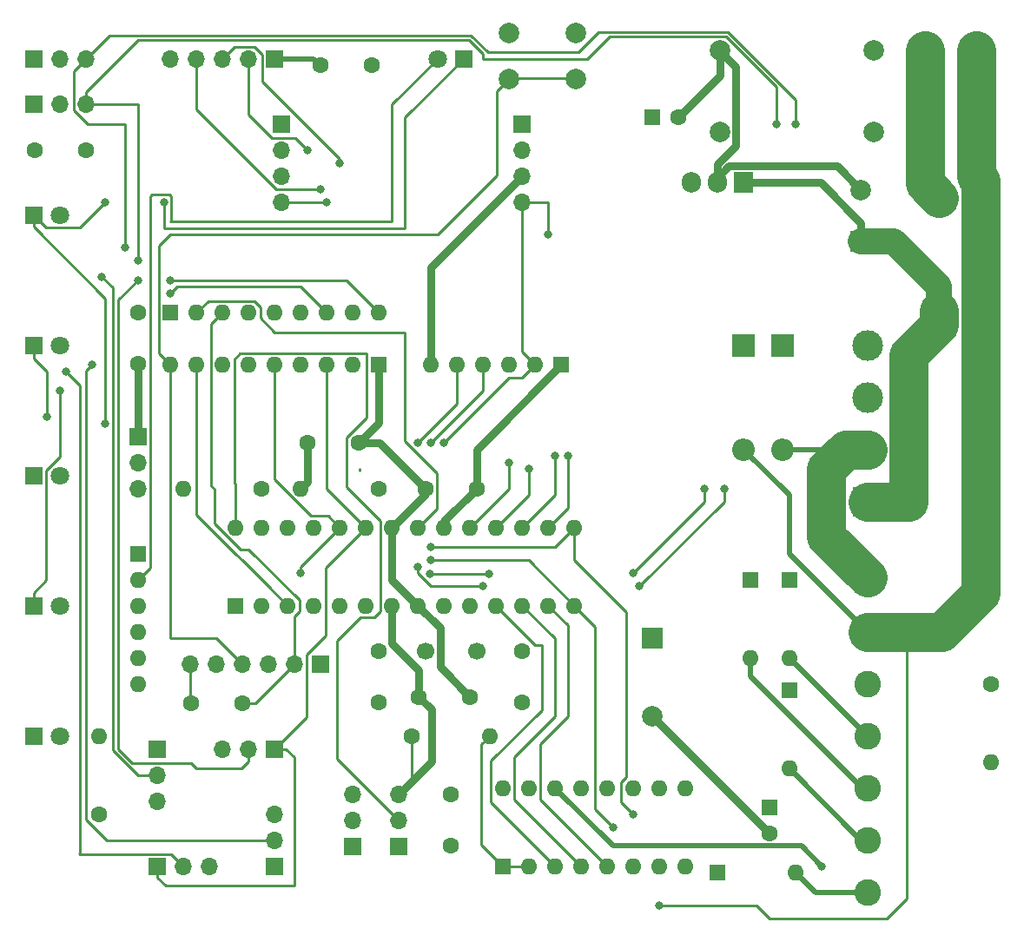
<source format=gbr>
G04 #@! TF.GenerationSoftware,KiCad,Pcbnew,(5.1.9)-1*
G04 #@! TF.CreationDate,2021-03-29T17:49:30-07:00*
G04 #@! TF.ProjectId,DSAMKVIC,4453414d-4b56-4494-932e-6b696361645f,rev?*
G04 #@! TF.SameCoordinates,Original*
G04 #@! TF.FileFunction,Copper,L2,Bot*
G04 #@! TF.FilePolarity,Positive*
%FSLAX46Y46*%
G04 Gerber Fmt 4.6, Leading zero omitted, Abs format (unit mm)*
G04 Created by KiCad (PCBNEW (5.1.9)-1) date 2021-03-29 17:49:30*
%MOMM*%
%LPD*%
G01*
G04 APERTURE LIST*
G04 #@! TA.AperFunction,ComponentPad*
%ADD10R,1.600000X1.600000*%
G04 #@! TD*
G04 #@! TA.AperFunction,ComponentPad*
%ADD11O,1.600000X1.600000*%
G04 #@! TD*
G04 #@! TA.AperFunction,ComponentPad*
%ADD12C,1.800000*%
G04 #@! TD*
G04 #@! TA.AperFunction,ComponentPad*
%ADD13R,1.800000X1.800000*%
G04 #@! TD*
G04 #@! TA.AperFunction,ComponentPad*
%ADD14R,1.700000X1.700000*%
G04 #@! TD*
G04 #@! TA.AperFunction,ComponentPad*
%ADD15O,1.700000X1.700000*%
G04 #@! TD*
G04 #@! TA.AperFunction,ComponentPad*
%ADD16C,1.600000*%
G04 #@! TD*
G04 #@! TA.AperFunction,ComponentPad*
%ADD17C,2.000000*%
G04 #@! TD*
G04 #@! TA.AperFunction,ComponentPad*
%ADD18R,2.000000X2.000000*%
G04 #@! TD*
G04 #@! TA.AperFunction,ComponentPad*
%ADD19C,2.600000*%
G04 #@! TD*
G04 #@! TA.AperFunction,ComponentPad*
%ADD20R,2.600000X2.600000*%
G04 #@! TD*
G04 #@! TA.AperFunction,ComponentPad*
%ADD21C,1.700000*%
G04 #@! TD*
G04 #@! TA.AperFunction,ComponentPad*
%ADD22R,2.200000X2.200000*%
G04 #@! TD*
G04 #@! TA.AperFunction,ComponentPad*
%ADD23O,2.200000X2.200000*%
G04 #@! TD*
G04 #@! TA.AperFunction,ComponentPad*
%ADD24R,1.905000X2.000000*%
G04 #@! TD*
G04 #@! TA.AperFunction,ComponentPad*
%ADD25O,1.905000X2.000000*%
G04 #@! TD*
G04 #@! TA.AperFunction,ComponentPad*
%ADD26C,3.000000*%
G04 #@! TD*
G04 #@! TA.AperFunction,ComponentPad*
%ADD27R,3.000000X3.000000*%
G04 #@! TD*
G04 #@! TA.AperFunction,ViaPad*
%ADD28C,0.800000*%
G04 #@! TD*
G04 #@! TA.AperFunction,Conductor*
%ADD29C,0.762000*%
G04 #@! TD*
G04 #@! TA.AperFunction,Conductor*
%ADD30C,3.810000*%
G04 #@! TD*
G04 #@! TA.AperFunction,Conductor*
%ADD31C,0.508000*%
G04 #@! TD*
G04 #@! TA.AperFunction,Conductor*
%ADD32C,2.540000*%
G04 #@! TD*
G04 #@! TA.AperFunction,Conductor*
%ADD33C,0.254000*%
G04 #@! TD*
G04 #@! TA.AperFunction,Conductor*
%ADD34C,0.250000*%
G04 #@! TD*
G04 APERTURE END LIST*
D10*
X120015000Y-109855000D03*
D11*
X153035000Y-102235000D03*
X122555000Y-109855000D03*
X150495000Y-102235000D03*
X125095000Y-109855000D03*
X147955000Y-102235000D03*
X127635000Y-109855000D03*
X145415000Y-102235000D03*
X130175000Y-109855000D03*
X142875000Y-102235000D03*
X132715000Y-109855000D03*
X140335000Y-102235000D03*
X135255000Y-109855000D03*
X137795000Y-102235000D03*
X137795000Y-109855000D03*
X135255000Y-102235000D03*
X140335000Y-109855000D03*
X132715000Y-102235000D03*
X142875000Y-109855000D03*
X130175000Y-102235000D03*
X145415000Y-109855000D03*
X127635000Y-102235000D03*
X147955000Y-109855000D03*
X125095000Y-102235000D03*
X150495000Y-109855000D03*
X122555000Y-102235000D03*
X153035000Y-109855000D03*
X120015000Y-102235000D03*
D12*
X102870000Y-84455000D03*
D13*
X100330000Y-84455000D03*
D14*
X110490000Y-93345000D03*
D15*
X110490000Y-95885000D03*
X110490000Y-98425000D03*
D11*
X144780000Y-122555000D03*
D16*
X137160000Y-122555000D03*
D15*
X147955000Y-70485000D03*
X147955000Y-67945000D03*
X147955000Y-65405000D03*
D14*
X147955000Y-62865000D03*
D15*
X124460000Y-70485000D03*
X124460000Y-67945000D03*
X124460000Y-65405000D03*
D14*
X124460000Y-62865000D03*
D10*
X110490000Y-104775000D03*
D11*
X110490000Y-107315000D03*
X110490000Y-109855000D03*
X110490000Y-112395000D03*
X110490000Y-114935000D03*
X110490000Y-117475000D03*
X193675000Y-125095000D03*
D16*
X193675000Y-117475000D03*
D11*
X113665000Y-86360000D03*
X116205000Y-86360000D03*
X118745000Y-86360000D03*
X121285000Y-86360000D03*
X123825000Y-86360000D03*
X126365000Y-86360000D03*
X128905000Y-86360000D03*
X131445000Y-86360000D03*
D10*
X133985000Y-86360000D03*
D16*
X132000000Y-93980000D03*
X127000000Y-93980000D03*
D17*
X160655000Y-120630000D03*
D18*
X160655000Y-113030000D03*
D19*
X181610000Y-137795000D03*
X181610000Y-132715000D03*
X181610000Y-127635000D03*
X181610000Y-122555000D03*
X181610000Y-117475000D03*
X181610000Y-112395000D03*
D20*
X181610000Y-107315000D03*
D11*
X126365000Y-98425000D03*
D16*
X133985000Y-98425000D03*
D11*
X139065000Y-86360000D03*
X141605000Y-86360000D03*
X144145000Y-86360000D03*
X146685000Y-86360000D03*
X149225000Y-86360000D03*
D10*
X151765000Y-86360000D03*
D11*
X133985000Y-81280000D03*
X131445000Y-81280000D03*
X128905000Y-81280000D03*
X126365000Y-81280000D03*
X123825000Y-81280000D03*
X121285000Y-81280000D03*
X118745000Y-81280000D03*
X116205000Y-81280000D03*
D10*
X113665000Y-81280000D03*
D11*
X170180000Y-114935000D03*
D10*
X170180000Y-107315000D03*
D11*
X173990000Y-114935000D03*
D10*
X173990000Y-107315000D03*
D16*
X115650000Y-119380000D03*
X120650000Y-119380000D03*
X133270000Y-57150000D03*
X128270000Y-57150000D03*
D15*
X123825000Y-130175000D03*
X123825000Y-132715000D03*
D14*
X123825000Y-135255000D03*
D15*
X117475000Y-135255000D03*
X114935000Y-135255000D03*
D14*
X112395000Y-135255000D03*
D15*
X112395000Y-128905000D03*
X112395000Y-126365000D03*
D14*
X112395000Y-123825000D03*
D15*
X118745000Y-123825000D03*
X121285000Y-123825000D03*
D14*
X123825000Y-123825000D03*
D15*
X135890000Y-128270000D03*
X135890000Y-130810000D03*
D14*
X135890000Y-133350000D03*
D15*
X131445000Y-128270000D03*
X131445000Y-130810000D03*
D14*
X131445000Y-133350000D03*
D15*
X105410000Y-60960000D03*
X102870000Y-60960000D03*
D14*
X100330000Y-60960000D03*
D15*
X105410000Y-56515000D03*
X102870000Y-56515000D03*
D14*
X100330000Y-56515000D03*
D21*
X143510000Y-114300000D03*
X138510000Y-114300000D03*
D10*
X146050000Y-135255000D03*
D11*
X163830000Y-127635000D03*
X148590000Y-135255000D03*
X161290000Y-127635000D03*
X151130000Y-135255000D03*
X158750000Y-127635000D03*
X153670000Y-135255000D03*
X156210000Y-127635000D03*
X156210000Y-135255000D03*
X153670000Y-127635000D03*
X158750000Y-135255000D03*
X151130000Y-127635000D03*
X161290000Y-135255000D03*
X148590000Y-127635000D03*
X163830000Y-135255000D03*
X146050000Y-127635000D03*
D10*
X172085000Y-129540000D03*
D16*
X172085000Y-132040000D03*
D17*
X153185000Y-53975000D03*
X153185000Y-58475000D03*
X146685000Y-53975000D03*
X146685000Y-58475000D03*
D16*
X147955000Y-119300000D03*
X147955000Y-114300000D03*
X133985000Y-114300000D03*
X133985000Y-119300000D03*
D18*
X180975000Y-74295000D03*
D17*
X180975000Y-69295000D03*
D16*
X163155000Y-62230000D03*
D10*
X160655000Y-62230000D03*
D16*
X143510000Y-98425000D03*
X138510000Y-98425000D03*
X137875000Y-118745000D03*
X142875000Y-118745000D03*
D13*
X100330000Y-71755000D03*
D12*
X102870000Y-71755000D03*
X102870000Y-97155000D03*
D13*
X100330000Y-97155000D03*
X100330000Y-109855000D03*
D12*
X102870000Y-109855000D03*
D13*
X100330000Y-122555000D03*
D12*
X102870000Y-122555000D03*
D22*
X169545000Y-84455000D03*
D23*
X169545000Y-94615000D03*
X173355000Y-94615000D03*
D22*
X173355000Y-84455000D03*
D11*
X174625000Y-135890000D03*
D10*
X167005000Y-135890000D03*
X173990000Y-118110000D03*
D11*
X173990000Y-125730000D03*
D14*
X123825000Y-56515000D03*
D15*
X121285000Y-56515000D03*
X118745000Y-56515000D03*
X116205000Y-56515000D03*
X113665000Y-56515000D03*
D17*
X167205000Y-55690000D03*
X167205000Y-63690000D03*
X182205000Y-55690000D03*
X182205000Y-63690000D03*
X187205000Y-55690000D03*
X187205000Y-63690000D03*
X192205000Y-55690000D03*
X192205000Y-63690000D03*
D16*
X122555000Y-98425000D03*
D11*
X114935000Y-98425000D03*
X106680000Y-122555000D03*
D16*
X106680000Y-130175000D03*
D24*
X169545000Y-68580000D03*
D25*
X167005000Y-68580000D03*
X164465000Y-68580000D03*
D16*
X110490000Y-81280000D03*
X110490000Y-86280000D03*
X105410000Y-65405000D03*
X100410000Y-65405000D03*
X140970000Y-133270000D03*
X140970000Y-128270000D03*
D14*
X128270000Y-115570000D03*
D15*
X125730000Y-115570000D03*
X123190000Y-115570000D03*
X120650000Y-115570000D03*
X118110000Y-115570000D03*
X115570000Y-115570000D03*
D26*
X181610000Y-94615000D03*
X181610000Y-89535000D03*
D27*
X181610000Y-99695000D03*
D26*
X181610000Y-84455000D03*
D13*
X142240000Y-56515000D03*
D12*
X139700000Y-56515000D03*
D17*
X188595000Y-70065000D03*
X188595000Y-81065000D03*
D28*
X101600000Y-91440000D03*
X148590000Y-96520000D03*
X151130000Y-95250000D03*
X102870000Y-88900000D03*
X102870000Y-88900000D03*
X152400000Y-95250000D03*
X161290000Y-139065000D03*
X128270000Y-69215000D03*
X127000000Y-65405000D03*
X126365000Y-106680000D03*
X177165000Y-135255000D03*
X174625000Y-62865000D03*
X167640000Y-98425000D03*
X109220000Y-74930000D03*
X137795000Y-106045000D03*
X144145000Y-107950000D03*
X159385000Y-107950000D03*
X172720000Y-62865000D03*
X165735000Y-98425000D03*
X110490000Y-76200000D03*
X138972999Y-106772001D03*
X144687999Y-106772001D03*
X158750000Y-106680000D03*
X139065000Y-104140000D03*
X158750000Y-130175000D03*
X139065000Y-105410000D03*
X156845000Y-131445000D03*
X107315000Y-92075000D03*
X146685000Y-95885000D03*
X107315000Y-70485000D03*
X113030000Y-70485000D03*
X113665000Y-78105000D03*
X110490000Y-78105000D03*
X112395000Y-126365000D03*
X106997500Y-77787500D03*
X113665000Y-79375000D03*
X103505000Y-86995000D03*
X106045000Y-86360000D03*
X130175000Y-66675000D03*
X137795000Y-93980000D03*
X139065000Y-93980000D03*
X128905000Y-70485000D03*
X150495000Y-73660000D03*
X140335000Y-93980000D03*
D29*
X168127699Y-66998999D02*
X167005000Y-68121698D01*
X167005000Y-68121698D02*
X167005000Y-68580000D01*
X178678999Y-66998999D02*
X168127699Y-66998999D01*
X180975000Y-69295000D02*
X178678999Y-66998999D01*
X168204999Y-56689999D02*
X167205000Y-55690000D01*
X168786001Y-65036999D02*
X168786001Y-57271001D01*
X167005000Y-66818000D02*
X168786001Y-65036999D01*
X168786001Y-57271001D02*
X168204999Y-56689999D01*
X167005000Y-68580000D02*
X167005000Y-66818000D01*
X167205000Y-58180000D02*
X163155000Y-62230000D01*
X167205000Y-55690000D02*
X167205000Y-58180000D01*
D30*
X177599990Y-103074990D02*
X181610000Y-107085000D01*
X179488680Y-94615000D02*
X177599990Y-96503690D01*
X177599990Y-96503690D02*
X177599990Y-103074990D01*
X181610000Y-94615000D02*
X179488680Y-94615000D01*
D31*
X181610000Y-94615000D02*
X173355000Y-94615000D01*
D29*
X172065000Y-132040000D02*
X172085000Y-132040000D01*
X160655000Y-120630000D02*
X172065000Y-132040000D01*
X135255000Y-107315000D02*
X137795000Y-109855000D01*
X135255000Y-102235000D02*
X135255000Y-107315000D01*
X139941001Y-115811001D02*
X142875000Y-118745000D01*
X139941001Y-112001001D02*
X139941001Y-115811001D01*
X137795000Y-109855000D02*
X139941001Y-112001001D01*
X138510000Y-98980000D02*
X135255000Y-102235000D01*
X138510000Y-98425000D02*
X138510000Y-98980000D01*
X134065000Y-93980000D02*
X138510000Y-98425000D01*
X132000000Y-93980000D02*
X134065000Y-93980000D01*
X133985000Y-91995000D02*
X132000000Y-93980000D01*
X133985000Y-86360000D02*
X133985000Y-91995000D01*
X139065000Y-76835000D02*
X147955000Y-67945000D01*
X139065000Y-86360000D02*
X139065000Y-76835000D01*
X110490000Y-86280000D02*
X110490000Y-93345000D01*
D30*
X181610000Y-99695000D02*
X185650000Y-99695000D01*
D29*
X180975000Y-72533000D02*
X180975000Y-74295000D01*
X177022000Y-68580000D02*
X180975000Y-72533000D01*
X169545000Y-68580000D02*
X177022000Y-68580000D01*
D32*
X180975000Y-74295000D02*
X184150000Y-74295000D01*
D30*
X188595000Y-82479213D02*
X185650000Y-85424213D01*
X185650000Y-85424213D02*
X185650000Y-99695000D01*
X188595000Y-81065000D02*
X188595000Y-82479213D01*
D32*
X188595000Y-78740000D02*
X184150000Y-74295000D01*
X188595000Y-81065000D02*
X188595000Y-78740000D01*
D31*
X127635000Y-56515000D02*
X128270000Y-57150000D01*
X123825000Y-56515000D02*
X127635000Y-56515000D01*
D29*
X137875000Y-116146118D02*
X137875000Y-118745000D01*
X135255000Y-113526118D02*
X137875000Y-116146118D01*
X135255000Y-109855000D02*
X135255000Y-113526118D01*
X140335000Y-101600000D02*
X143510000Y-98425000D01*
X140335000Y-102235000D02*
X140335000Y-101600000D01*
X143510000Y-94615000D02*
X151765000Y-86360000D01*
X143510000Y-98425000D02*
X143510000Y-94615000D01*
X139096001Y-125063999D02*
X135890000Y-128270000D01*
X139096001Y-119966001D02*
X139096001Y-125063999D01*
X137875000Y-118745000D02*
X139096001Y-119966001D01*
D33*
X137160000Y-127000000D02*
X135890000Y-128270000D01*
X137160000Y-122555000D02*
X137160000Y-127000000D01*
D29*
X127000000Y-97790000D02*
X126365000Y-98425000D01*
X127000000Y-93980000D02*
X127000000Y-97790000D01*
D34*
X101600000Y-91440000D02*
X101600000Y-86995000D01*
X101600000Y-86995000D02*
X100330000Y-85725000D01*
X100330000Y-85725000D02*
X100330000Y-84455000D01*
D33*
X148590000Y-99060000D02*
X145415000Y-102235000D01*
X148590000Y-96520000D02*
X148590000Y-99060000D01*
X151130000Y-99060000D02*
X147955000Y-102235000D01*
X151130000Y-95250000D02*
X151130000Y-99060000D01*
X101557001Y-96652037D02*
X101557001Y-107357999D01*
X102870000Y-95339038D02*
X101557001Y-96652037D01*
X101557001Y-107357999D02*
X100330000Y-108585000D01*
X100330000Y-108585000D02*
X100330000Y-109855000D01*
X102870000Y-95339038D02*
X102870000Y-92075000D01*
X102870000Y-92075000D02*
X102870000Y-88900000D01*
X102870000Y-88900000D02*
X102870000Y-88900000D01*
X102870000Y-88900000D02*
X102870000Y-88900000D01*
X150495000Y-102235000D02*
X152400000Y-100330000D01*
X152400000Y-100330000D02*
X152400000Y-95250000D01*
X152400000Y-95250000D02*
X152400000Y-95250000D01*
D30*
X192205000Y-55690000D02*
X192205000Y-63690000D01*
X192605009Y-68403999D02*
X192605009Y-108601311D01*
X192205000Y-68003990D02*
X192605009Y-68403999D01*
X192205000Y-63690000D02*
X192205000Y-68003990D01*
X192605009Y-108601311D02*
X188811320Y-112395000D01*
D33*
X180501002Y-140335000D02*
X183515000Y-140335000D01*
X183515000Y-140335000D02*
X185420000Y-138430000D01*
X185420000Y-138430000D02*
X185420000Y-112395000D01*
D30*
X185420000Y-112395000D02*
X181610000Y-112395000D01*
X188811320Y-112395000D02*
X185420000Y-112395000D01*
D31*
X181610000Y-112395000D02*
X173990000Y-104775000D01*
X173990000Y-99060000D02*
X169545000Y-94615000D01*
X173990000Y-104775000D02*
X173990000Y-99060000D01*
D33*
X180501002Y-140335000D02*
X172085000Y-140335000D01*
X172085000Y-140335000D02*
X170815000Y-139065000D01*
X170815000Y-139065000D02*
X161290000Y-139065000D01*
X161290000Y-139065000D02*
X161290000Y-139065000D01*
D31*
X176530000Y-137795000D02*
X174625000Y-135890000D01*
X181610000Y-137795000D02*
X176530000Y-137795000D01*
X180975000Y-132715000D02*
X181610000Y-132715000D01*
X173990000Y-125730000D02*
X180975000Y-132715000D01*
D30*
X187205000Y-55690000D02*
X187205000Y-63690000D01*
X187205000Y-68675000D02*
X188595000Y-70065000D01*
X187205000Y-63690000D02*
X187205000Y-68675000D01*
D33*
X124929000Y-123825000D02*
X123825000Y-123825000D01*
X112395000Y-135255000D02*
X112395000Y-136359000D01*
X125730000Y-124626000D02*
X124929000Y-123825000D01*
X112395000Y-136359000D02*
X113196000Y-137160000D01*
X113196000Y-137160000D02*
X125730000Y-137160000D01*
X125730000Y-137160000D02*
X125730000Y-124626000D01*
X126907001Y-120742999D02*
X123825000Y-123825000D01*
X126907001Y-114644397D02*
X126907001Y-120742999D01*
X128762001Y-106187999D02*
X128762001Y-112789397D01*
X128762001Y-112789397D02*
X126907001Y-114644397D01*
X132715000Y-102235000D02*
X128762001Y-106187999D01*
X128905000Y-98425000D02*
X132715000Y-102235000D01*
X128905000Y-86360000D02*
X128905000Y-98425000D01*
X116205000Y-61431962D02*
X123988038Y-69215000D01*
X116205000Y-56515000D02*
X116205000Y-61431962D01*
X123988038Y-69215000D02*
X128270000Y-69215000D01*
X128270000Y-69215000D02*
X128270000Y-69215000D01*
X123534397Y-64227999D02*
X125822999Y-64227999D01*
X121285000Y-61978602D02*
X123534397Y-64227999D01*
X121285000Y-56515000D02*
X121285000Y-61978602D01*
X125822999Y-64227999D02*
X127000000Y-65405000D01*
X127000000Y-65405000D02*
X127000000Y-65405000D01*
X129047999Y-101107999D02*
X130175000Y-102235000D01*
X127380037Y-101107999D02*
X129047999Y-101107999D01*
X123825000Y-97552962D02*
X127380037Y-101107999D01*
X123825000Y-86360000D02*
X123825000Y-97552962D01*
X130175000Y-102235000D02*
X126365000Y-106045000D01*
X126365000Y-106045000D02*
X126365000Y-106680000D01*
X126365000Y-106680000D02*
X126365000Y-106680000D01*
D34*
X153035000Y-58420000D02*
X146535000Y-58420000D01*
D33*
X146685000Y-58475000D02*
X146630000Y-58475000D01*
X145470000Y-59690000D02*
X146685000Y-58475000D01*
X139700000Y-73660000D02*
X145470000Y-67890000D01*
X145470000Y-67890000D02*
X145470000Y-59690000D01*
X113665000Y-73660000D02*
X139700000Y-73660000D01*
X112537999Y-74787001D02*
X113665000Y-73660000D01*
X112537999Y-85232999D02*
X112537999Y-74787001D01*
X113665000Y-86360000D02*
X112537999Y-85232999D01*
X113665000Y-86360000D02*
X113665000Y-113030000D01*
X118110000Y-113030000D02*
X120650000Y-115570000D01*
X113665000Y-113030000D02*
X118110000Y-113030000D01*
D31*
X156789001Y-133294001D02*
X151130000Y-127635000D01*
X175204001Y-133294001D02*
X156789001Y-133294001D01*
X177165000Y-135255000D02*
X175204001Y-133294001D01*
D33*
X149717001Y-128762001D02*
X149717001Y-123332999D01*
X156210000Y-135255000D02*
X149717001Y-128762001D01*
X149717001Y-123332999D02*
X152400000Y-120650000D01*
X152400000Y-111760000D02*
X150495000Y-109855000D01*
X152400000Y-120650000D02*
X152400000Y-111760000D01*
X147177001Y-128762001D02*
X147177001Y-124602999D01*
X153670000Y-135255000D02*
X147177001Y-128762001D01*
X147177001Y-124602999D02*
X151130000Y-120650000D01*
X151130000Y-113030000D02*
X147955000Y-109855000D01*
X151130000Y-120650000D02*
X151130000Y-113030000D01*
X149225000Y-113665000D02*
X145415000Y-109855000D01*
X149860000Y-113665000D02*
X149225000Y-113665000D01*
X144922999Y-124952001D02*
X149860000Y-120015000D01*
X149860000Y-120015000D02*
X149860000Y-113665000D01*
X144922999Y-129047999D02*
X144922999Y-124952001D01*
X151130000Y-135255000D02*
X144922999Y-129047999D01*
X116205000Y-86360000D02*
X116205000Y-100965000D01*
X116205000Y-100965000D02*
X117475000Y-102235000D01*
X123190000Y-107950000D02*
X125095000Y-109855000D01*
X123190000Y-107950000D02*
X120650000Y-105410000D01*
X120650000Y-105410000D02*
X120015000Y-104775000D01*
X120015000Y-104775000D02*
X117475000Y-102235000D01*
D34*
X106259999Y-55665001D02*
X105410000Y-56515000D01*
X107697091Y-54227909D02*
X106259999Y-55665001D01*
X142974321Y-54227909D02*
X107697091Y-54227909D01*
X153437793Y-55848597D02*
X144595009Y-55848597D01*
X144595009Y-55848597D02*
X142974321Y-54227909D01*
X168027401Y-53914989D02*
X155371401Y-53914989D01*
X174625000Y-60512588D02*
X168027401Y-53914989D01*
X174625000Y-62865000D02*
X174625000Y-60512588D01*
X155371401Y-53914989D02*
X153437793Y-55848597D01*
D33*
X104232999Y-61524961D02*
X105573038Y-62865000D01*
X104232999Y-57692001D02*
X104232999Y-61524961D01*
X105410000Y-56515000D02*
X104232999Y-57692001D01*
X105573038Y-62865000D02*
X109220000Y-62865000D01*
X109220000Y-62865000D02*
X109220000Y-74930000D01*
X109220000Y-74930000D02*
X109220000Y-74930000D01*
X137795000Y-106669964D02*
X139075036Y-107950000D01*
X137795000Y-106045000D02*
X137795000Y-106669964D01*
X139075036Y-107950000D02*
X144145000Y-107950000D01*
X167640000Y-98425000D02*
X167640000Y-99695000D01*
X167640000Y-99695000D02*
X159385000Y-107950000D01*
X144145000Y-107950000D02*
X144145000Y-107950000D01*
X159385000Y-107950000D02*
X159385000Y-107950000D01*
D34*
X105410000Y-59757919D02*
X110490000Y-54677919D01*
X105410000Y-60960000D02*
X105410000Y-59757919D01*
X167841001Y-54364999D02*
X162805001Y-54364999D01*
X172720000Y-62865000D02*
X172720000Y-59243998D01*
X172720000Y-59243998D02*
X167841001Y-54364999D01*
X153035000Y-56515000D02*
X144145000Y-56515000D01*
X142787921Y-54677919D02*
X110490000Y-54677919D01*
X144145000Y-56034998D02*
X142787921Y-54677919D01*
X144145000Y-56515000D02*
X144145000Y-56034998D01*
D33*
X153035000Y-56515000D02*
X154305000Y-56515000D01*
X156453001Y-54366999D02*
X162805001Y-54366999D01*
X154305000Y-56515000D02*
X156453001Y-54366999D01*
X105410000Y-60960000D02*
X110490000Y-60960000D01*
X110490000Y-60960000D02*
X110490000Y-76200000D01*
X110490000Y-76200000D02*
X110490000Y-76200000D01*
X138972999Y-106772001D02*
X144687999Y-106772001D01*
X165735000Y-98425000D02*
X165735000Y-99695000D01*
X165735000Y-99695000D02*
X158750000Y-106680000D01*
X144687999Y-106772001D02*
X144687999Y-106772001D01*
X158750000Y-106680000D02*
X158750000Y-106680000D01*
X153053007Y-102253007D02*
X153035000Y-102235000D01*
X151130000Y-104140000D02*
X153035000Y-102235000D01*
X139065000Y-104140000D02*
X151130000Y-104140000D01*
X153035000Y-102235000D02*
X153035000Y-105410000D01*
X153035000Y-105410000D02*
X158115000Y-110490000D01*
X157622999Y-127094039D02*
X157622999Y-129047999D01*
X158115000Y-126602038D02*
X157622999Y-127094039D01*
X158115000Y-110490000D02*
X158115000Y-126602038D01*
X157622999Y-129047999D02*
X158750000Y-130175000D01*
X158750000Y-130175000D02*
X158750000Y-130175000D01*
X148590000Y-105410000D02*
X153035000Y-109855000D01*
X139065000Y-105410000D02*
X148590000Y-105410000D01*
X155082999Y-129682999D02*
X155082999Y-111902999D01*
X155082999Y-111902999D02*
X153035000Y-109855000D01*
X156845000Y-131445000D02*
X156845000Y-131445000D01*
X156845000Y-131445000D02*
X155082999Y-129682999D01*
X135255000Y-60960000D02*
X139700000Y-56515000D01*
X113665000Y-72390000D02*
X135255000Y-72390000D01*
X111852001Y-69757999D02*
X113572999Y-69757999D01*
X111667001Y-69942999D02*
X111852001Y-69757999D01*
X113572999Y-69757999D02*
X113757001Y-69942001D01*
X111667001Y-106137999D02*
X111667001Y-69942999D01*
X135255000Y-72390000D02*
X135255000Y-60960000D01*
X110490000Y-107315000D02*
X111667001Y-106137999D01*
X113757001Y-72297999D02*
X113665000Y-72390000D01*
X113757001Y-69942001D02*
X113757001Y-72297999D01*
D34*
X100330000Y-72905000D02*
X107315000Y-79890000D01*
X100330000Y-71755000D02*
X100330000Y-72905000D01*
X107315000Y-79890000D02*
X107315000Y-91984999D01*
D33*
X101557001Y-72982001D02*
X104817999Y-72982001D01*
X100330000Y-71755000D02*
X101557001Y-72982001D01*
X104817999Y-72982001D02*
X107315000Y-70485000D01*
X107315000Y-70485000D02*
X107315000Y-70485000D01*
X113030000Y-70485000D02*
X113030000Y-70485000D01*
X142240000Y-56515000D02*
X136525000Y-62230000D01*
X136525000Y-62230000D02*
X136525000Y-73025000D01*
X136525000Y-73025000D02*
X113030000Y-73025000D01*
X113030000Y-73025000D02*
X113030000Y-70485000D01*
X146685000Y-98425000D02*
X142875000Y-102235000D01*
X146685000Y-95885000D02*
X146685000Y-98425000D01*
X121285000Y-125027081D02*
X120582081Y-125730000D01*
X121285000Y-123825000D02*
X121285000Y-125027081D01*
X120582081Y-125730000D02*
X116205000Y-125730000D01*
X115662999Y-125187999D02*
X109947999Y-125187999D01*
X116205000Y-125730000D02*
X115662999Y-125187999D01*
X109947999Y-125187999D02*
X108585000Y-123825000D01*
X133985000Y-81280000D02*
X130810000Y-78105000D01*
X130810000Y-78105000D02*
X113665000Y-78105000D01*
X113665000Y-78105000D02*
X113665000Y-78105000D01*
X108585000Y-123825000D02*
X108585000Y-80010000D01*
X108585000Y-80010000D02*
X110490000Y-78105000D01*
X110490000Y-78105000D02*
X110490000Y-78105000D01*
X111192919Y-126365000D02*
X112395000Y-126365000D01*
X110482933Y-126365000D02*
X111192919Y-126365000D01*
X108042001Y-123924068D02*
X110482933Y-126365000D01*
X128905000Y-81280000D02*
X126365000Y-78740000D01*
X108042001Y-123924068D02*
X108042001Y-78832001D01*
X108042001Y-78832001D02*
X106997500Y-77787500D01*
X114300000Y-78740000D02*
X113665000Y-79375000D01*
X126365000Y-78740000D02*
X114300000Y-78740000D01*
X113757999Y-134077999D02*
X114935000Y-135255000D01*
X104867999Y-134077999D02*
X113757999Y-134077999D01*
X104775000Y-133985000D02*
X104867999Y-134077999D01*
X104867999Y-88357999D02*
X103505000Y-86995000D01*
X104867999Y-134077999D02*
X104867999Y-88357999D01*
X123825000Y-132715000D02*
X107466398Y-132715000D01*
X107466398Y-132715000D02*
X105452999Y-130701601D01*
X105452999Y-130701601D02*
X105452999Y-86952001D01*
X105452999Y-86952001D02*
X106045000Y-86360000D01*
X106045000Y-86360000D02*
X106045000Y-86360000D01*
X115570000Y-119300000D02*
X115650000Y-119380000D01*
X115570000Y-115570000D02*
X115570000Y-119300000D01*
X121920000Y-119380000D02*
X120650000Y-119380000D01*
X125730000Y-115570000D02*
X121920000Y-119380000D01*
X126222001Y-109314039D02*
X126222001Y-110395961D01*
X121285000Y-104377038D02*
X126222001Y-109314039D01*
X117617999Y-82407001D02*
X117617999Y-98170037D01*
X118745000Y-81280000D02*
X117617999Y-82407001D01*
X120489076Y-104377038D02*
X121285000Y-104377038D01*
X117929009Y-101816971D02*
X120489076Y-104377038D01*
X117929009Y-98481047D02*
X117929009Y-101816971D01*
X117617999Y-98170037D02*
X117929009Y-98481047D01*
X125730000Y-110887962D02*
X126222001Y-110395961D01*
X125730000Y-115570000D02*
X125730000Y-110887962D01*
D31*
X173990000Y-114935000D02*
X181610000Y-122555000D01*
X170180000Y-116717202D02*
X181097798Y-127635000D01*
X181097798Y-127635000D02*
X181610000Y-127635000D01*
X170180000Y-114935000D02*
X170180000Y-116717202D01*
D33*
X122647999Y-56136037D02*
X122647999Y-58764397D01*
X121849961Y-55337999D02*
X122647999Y-56136037D01*
X119922001Y-55337999D02*
X121849961Y-55337999D01*
X122647999Y-58764397D02*
X130175000Y-66291398D01*
X118745000Y-56515000D02*
X119922001Y-55337999D01*
X130175000Y-66291398D02*
X130175000Y-66675000D01*
X130175000Y-66675000D02*
X130175000Y-66675000D01*
X137795000Y-93980000D02*
X141605000Y-90170000D01*
X141605000Y-90170000D02*
X141605000Y-86360000D01*
X135890000Y-130810000D02*
X129901011Y-124821011D01*
X129901011Y-113311055D02*
X132230065Y-110982001D01*
X129901011Y-124821011D02*
X129901011Y-113311055D01*
X132230065Y-110982001D02*
X133541959Y-110982001D01*
X133541959Y-110982001D02*
X134127999Y-110395961D01*
X132792599Y-85232999D02*
X120458041Y-85232999D01*
X134127999Y-110395961D02*
X134127999Y-101554275D01*
X134127999Y-101554275D02*
X130872999Y-98299275D01*
X130872999Y-98299275D02*
X130872999Y-93439039D01*
X132792599Y-91519439D02*
X132792599Y-85232999D01*
X130872999Y-93439039D02*
X132792599Y-91519439D01*
X120458041Y-85232999D02*
X119872001Y-85819039D01*
X119872001Y-85819039D02*
X119872001Y-97884039D01*
X120015000Y-98027038D02*
X119872001Y-97884039D01*
X120015000Y-102235000D02*
X120015000Y-98027038D01*
X136525000Y-88265000D02*
X136525000Y-88265000D01*
X121825961Y-80152999D02*
X117332001Y-80152999D01*
X122412001Y-80739039D02*
X121825961Y-80152999D01*
X123825000Y-83185000D02*
X122412001Y-81772001D01*
X136525000Y-83185000D02*
X123825000Y-83185000D01*
X136525000Y-93785962D02*
X136525000Y-83185000D01*
X122412001Y-81772001D02*
X122412001Y-80739039D01*
X139637001Y-96897963D02*
X136525000Y-93785962D01*
X139637001Y-100392999D02*
X139637001Y-96897963D01*
X117332001Y-80152999D02*
X116205000Y-81280000D01*
X137795000Y-102235000D02*
X139637001Y-100392999D01*
X132080000Y-96658630D02*
X132080000Y-96520000D01*
X139065000Y-93980000D02*
X144145000Y-88900000D01*
X144145000Y-88900000D02*
X144145000Y-86360000D01*
X124460000Y-70485000D02*
X128905000Y-70485000D01*
X140335000Y-93980000D02*
X146685000Y-87630000D01*
X147955000Y-87630000D02*
X146685000Y-87630000D01*
X149225000Y-86360000D02*
X147955000Y-87630000D01*
X147955000Y-85090000D02*
X149225000Y-86360000D01*
X147955000Y-70485000D02*
X147955000Y-85090000D01*
D34*
X147955000Y-70485000D02*
X150495000Y-70485000D01*
X150495000Y-70485000D02*
X150495000Y-72934999D01*
X150495000Y-72934999D02*
X150495000Y-73660000D01*
D33*
X143980001Y-133185001D02*
X146050000Y-135255000D01*
X143980001Y-123354999D02*
X143980001Y-133185001D01*
X144780000Y-122555000D02*
X143980001Y-123354999D01*
X148590000Y-135255000D02*
X146050000Y-135255000D01*
M02*

</source>
